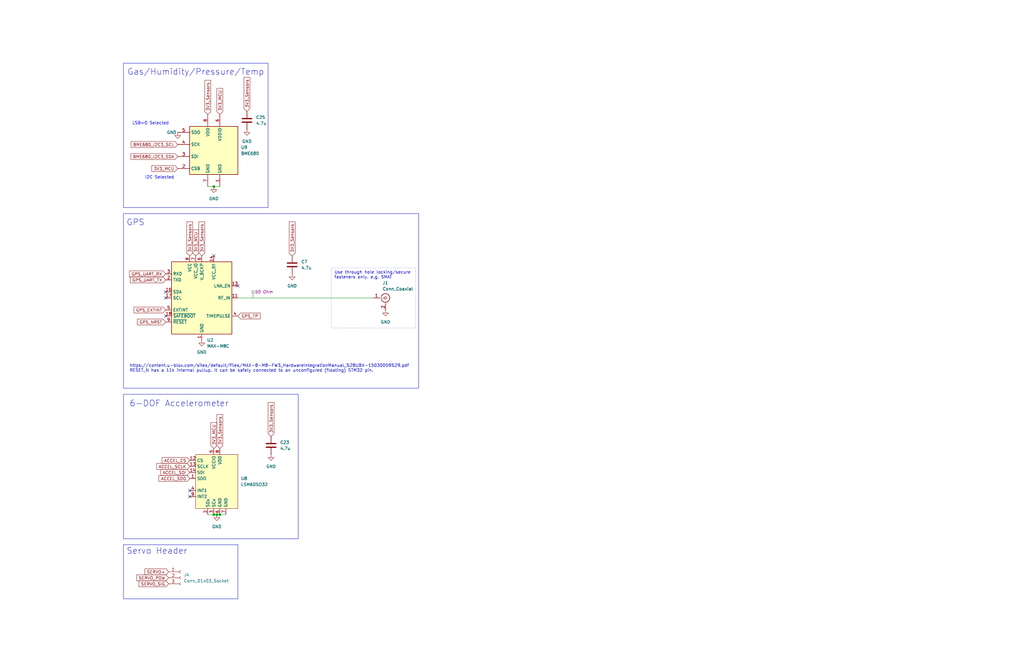
<source format=kicad_sch>
(kicad_sch (version 20231120) (generator "eeschema") (generator_version "8.0")
  (paper "B")
  (title_block (title "Airbrakes PCB - Earendel") (date "2025-02-18") (rev "v2025.01A") (company "Clarkson University Rocketry"))
  (lib_symbols
    (symbol "0_airbrake_symbols:LSM6DSO32"
      (property "Reference" "U" (at 0.508 0 0))
      (property "Value" "LSM6DSO32" (at 5.588 -2.54 0))
      (symbol "LSM6DSO32_1_1"
        (rectangle (start -19.05 11.43) (end -1.27 -11.43) (fill (type background)))
        (pin input line (at -21.59 1.27 0) (length 2.54) (name "SDO") (number "1"))
        (pin input line (at -21.59 8.89 0) (length 2.54) (name "CS") (number "12"))
        (pin output line (at -21.59 6.35 0) (length 2.54) (name "SCLK") (number "13"))
        (pin input line (at -21.59 3.81 0) (length 2.54) (name "SDI") (number "14"))
        (pin input line (at -13.97 -13.97 90) (length 2.54) (name "SDx") (number "2"))
        (pin input line (at -11.43 -13.97 90) (length 2.54) (name "SCx") (number "3"))
        (pin input line (at -21.59 -3.81 0) (length 2.54) (name "INT1") (number "4"))
        (pin input line (at -11.43 13.97 270) (length 2.54) (name "VCCIO") (number "5"))
        (pin input line (at -8.89 -13.97 90) (length 2.54) (name "GND") (number "6"))
        (pin input line (at -6.35 -13.97 90) (length 2.54) (name "GND") (number "7"))
        (pin input line (at -8.89 13.97 270) (length 2.54) (name "VDD") (number "8"))
        (pin input line (at -21.59 -6.35 0) (length 2.54) (name "INT2") (number "9"))
      )
    )
    (symbol "Connector:Conn_01x03_Socket" (pin_names (offset 1.016) hide)
      (property "Reference" "J" (at 0 5.08 0))
      (property "Value" "Conn_01x03_Socket" (at 0 -5.08 0))
      (symbol "Conn_01x03_Socket_1_1"
        (arc (start 0 -2.032) (mid -0.5058 -2.54) (end 0 -3.048) (stroke (width 0.1524)))
        (polyline (pts (xy -1.27 -2.54) (xy -0.508 -2.54)) (stroke (width 0.1524)))
        (polyline (pts (xy -1.27 0) (xy -0.508 0)) (stroke (width 0.1524)))
        (polyline (pts (xy -1.27 2.54) (xy -0.508 2.54)) (stroke (width 0.1524)))
        (arc (start 0 0.508) (mid -0.5058 0) (end 0 -0.508) (stroke (width 0.1524)))
        (arc (start 0 3.048) (mid -0.5058 2.54) (end 0 2.032) (stroke (width 0.1524)))
        (pin passive line (at -5.08 2.54 0) (length 3.81) (name "Pin_1") (number "1"))
        (pin passive line (at -5.08 0 0) (length 3.81) (name "Pin_2") (number "2"))
        (pin passive line (at -5.08 -2.54 0) (length 3.81) (name "Pin_3") (number "3"))
      )
    )
    (symbol "Connector:Conn_Coaxial" (pin_names (offset 1.016) hide)
      (property "Reference" "J" (at 0.254 3.048 0))
      (property "Value" "Conn_Coaxial" (at 2.921 0 90))
      (symbol "Conn_Coaxial_0_1"
        (arc (start -1.778 -0.508) (mid 0.2311 -1.8066) (end 1.778 0) (stroke (width 0.254)))
        (polyline (pts (xy -2.54 0) (xy -0.508 0)))
        (polyline (pts (xy 0 -2.54) (xy 0 -1.778)))
        (circle (center 0 0) (radius 0.508) (stroke (width 0.2032)))
        (arc (start 1.778 0) (mid 0.2099 1.8101) (end -1.778 0.508) (stroke (width 0.254)))
      )
      (symbol "Conn_Coaxial_1_1"
        (pin passive line (at -5.08 0 0) (length 2.54) (name "In") (number "1"))
        (pin passive line (at 0 -5.08 90) (length 2.54) (name "Ext") (number "2"))
      )
    )
    (symbol "Device:C" (pin_numbers hide) (pin_names (offset 0.254))
      (property "Reference" "C" (at 0.635 2.54 0))
      (property "Value" "C" (at 0.635 -2.54 0))
      (symbol "C_0_1"
        (polyline (pts (xy -2.032 -0.762) (xy 2.032 -0.762)) (stroke (width 0.508)))
        (polyline (pts (xy -2.032 0.762) (xy 2.032 0.762)) (stroke (width 0.508)))
      )
      (symbol "C_1_1"
        (pin passive line (at 0 3.81 270) (length 2.794) (name "~") (number "1"))
        (pin passive line (at 0 -3.81 90) (length 2.794) (name "~") (number "2"))
      )
    )
    (symbol "RF_GPS:MAX-M8C"
      (property "Reference" "U" (at -10.16 16.51 0))
      (property "Value" "MAX-M8C" (at 11.43 16.51 0))
      (symbol "MAX-M8C_0_1"
        (rectangle (start 12.7 15.24) (end -12.7 -15.24) (stroke (width 0.254)) (fill (type background)))
      )
      (symbol "MAX-M8C_1_1"
        (pin power_in line (at 0 -17.78 90) (length 2.54) (name "GND") (number "1"))
        (pin passive line (at 0 -17.78 90) (length 2.54) hide (name "GND") (number "10"))
        (pin input line (at 15.24 0 180) (length 2.54) (name "RF_IN") (number "11"))
        (pin passive line (at 0 -17.78 90) (length 2.54) hide (name "GND") (number "12"))
        (pin output line (at 15.24 5.08 180) (length 2.54) (name "LNA_EN") (number "13"))
        (pin power_out line (at 5.08 17.78 270) (length 2.54) (name "VCC_RF") (number "14"))
        (pin no_connect line (at 12.7 -5.08 180) (length 2.54) hide (name "Reserved") (number "15"))
        (pin bidirectional line (at -15.24 2.54 0) (length 2.54) (name "SDA") (number "16"))
        (pin input line (at -15.24 0 0) (length 2.54) (name "SCL") (number "17"))
        (pin input line (at -15.24 -7.62 0) (length 2.54) (name "~{SAFEBOOT}") (number "18"))
        (pin output line (at -15.24 7.62 0) (length 2.54) (name "TXD") (number "2"))
        (pin input line (at -15.24 10.16 0) (length 2.54) (name "RXD") (number "3"))
        (pin output line (at 15.24 -7.62 180) (length 2.54) (name "TIMEPULSE") (number "4"))
        (pin input line (at -15.24 -5.08 0) (length 2.54) (name "EXTINT") (number "5"))
        (pin power_in line (at 0 17.78 270) (length 2.54) (name "V_BCKP") (number "6"))
        (pin power_in line (at -2.54 17.78 270) (length 2.54) (name "VCC_IO") (number "7"))
        (pin power_in line (at -5.08 17.78 270) (length 2.54) (name "VCC") (number "8"))
        (pin input line (at -15.24 -10.16 0) (length 2.54) (name "~{RESET}") (number "9"))
      )
    )
    (symbol "Sensor:BME680"
      (property "Reference" "U" (at -8.89 11.43 0))
      (property "Value" "BME680" (at 7.62 11.43 0))
      (symbol "BME680_0_1"
        (rectangle (start -10.16 10.16) (end 10.16 -10.16) (stroke (width 0.254)) (fill (type background)))
      )
      (symbol "BME680_1_1"
        (pin power_in line (at -2.54 -15.24 90) (length 5.08) (name "GND") (number "1"))
        (pin input line (at 15.24 -7.62 180) (length 5.08) (name "CSB") (number "2"))
        (pin bidirectional line (at 15.24 -2.54 180) (length 5.08) (name "SDI") (number "3"))
        (pin input line (at 15.24 2.54 180) (length 5.08) (name "SCK") (number "4"))
        (pin bidirectional line (at 15.24 7.62 180) (length 5.08) (name "SDO") (number "5"))
        (pin power_in line (at -2.54 15.24 270) (length 5.08) (name "VDDIO") (number "6"))
        (pin power_in line (at 2.54 -15.24 90) (length 5.08) (name "GND") (number "7"))
        (pin power_in line (at 2.54 15.24 270) (length 5.08) (name "VDD") (number "8"))
      )
    )
    (symbol "power:GND" (power) (pin_numbers hide) (pin_names (offset 0) hide)
      (property "Value" "GND" (at 0 -3.81 0))
      (symbol "GND_0_1"
        (polyline (pts (xy 0 0) (xy 0 -1.27) (xy 1.27 -1.27) (xy 0 -2.54) (xy -1.27 -1.27) (xy 0 -1.27)))
      )
      (symbol "GND_1_1"
        (pin power_in line (at 0 0 270) (length 0) (name "~") (number "1"))
      )
    )
  )
  (junction (at 91.44 217.17))
  (junction (at 90.17 78.74))
  (junction (at 92.71 217.17))
  (junction (at 90.17 217.17))
  (no_connect (at 90.17 107.95))
  (no_connect (at 69.85 125.73))
  (no_connect (at 80.01 209.55))
  (no_connect (at 80.01 207.01))
  (no_connect (at 69.85 123.19))
  (no_connect (at 69.85 133.35))
  (no_connect (at 100.33 120.65))
  (wire (pts (xy 87.63 217.17) (xy 90.17 217.17)))
  (wire (pts (xy 100.33 125.73) (xy 157.48 125.73)))
  (wire (pts (xy 87.63 78.74) (xy 90.17 78.74)))
  (wire (pts (xy 90.17 78.74) (xy 92.71 78.74)))
  (wire (pts (xy 90.17 217.17) (xy 91.44 217.17)))
  (wire (pts (xy 92.71 217.17) (xy 95.25 217.17)))
  (wire (pts (xy 91.44 217.17) (xy 92.71 217.17)))
  (rectangle (start 52.07 166.37) (end 125.73 227.33))
  (rectangle (start 52.07 90.17) (end 176.53 163.83))
  (rectangle (start 52.07 26.67) (end 113.03 87.63))
  (rectangle (start 139.7 113.03) (end 175.26 138.43) (stroke (width 0) (type dot)))
  (rectangle (start 52.07 229.87) (end 100.33 252.73))
  (text "LSB=0 Selected" (at 63.5 52.07 0) (effects (font (size 1.27 1.27))))
  (text "I2C Selected" (at 67.31 74.93 0) (effects (font (size 1.27 1.27))))
  (text "GPS" (at 57.15 93.98 0) (effects (font (size 2.54 2.54))))
  (text "https://content.u-blox.com/sites/default/files/MAX-8-M8-FW3_HardwareIntegrationManual_%28UBX-15030059%29.pdf\nRESET_N has a 11k internal pullup. It can be safely connected to an unconfigured (floating) STM32 pin." (at 54.61 153.67 0) (effects (font (size 1.27 1.27)) (justify left top)))
  (text "Servo Header" (at 53.34 231.14 0) (effects (font (size 2.54 2.54)) (justify left top)))
  (text "6-DOF Accelerometer" (at 54.61 168.91 0) (effects (font (size 2.54 2.54)) (justify left top)))
  (text "Gas/Humidity/Pressure/Temp" (at 82.55 30.48 0) (effects (font (size 2.54 2.54))))
  (text "Use through hole locking/secure\nfasteners only, e.g. SMA!" (at 140.97 114.3 0) (effects (font (size 1.27 1.27)) (justify left top)))
  (global_label "SERVO+" (shape input) (at 71.12 241.3 180) (property "Intersheetrefs" "${INTERSHEET_REFS}" (effects (hide yes))))
  (global_label "3V3_Sensors" (shape input) (at 92.71 189.23 90) (property "Intersheetrefs" "${INTERSHEET_REFS}" (effects (hide yes))))
  (global_label "3V3_MCU" (shape input) (at 90.17 189.23 90) (property "Intersheetrefs" "${INTERSHEET_REFS}" (effects (hide yes))))
  (global_label "SERVO_POW" (shape input) (at 71.12 243.84 180) (property "Intersheetrefs" "${INTERSHEET_REFS}" (effects (hide yes))))
  (global_label "3V3_Sensors" (shape input) (at 80.01 107.95 90) (property "Intersheetrefs" "${INTERSHEET_REFS}" (effects (hide yes))))
  (global_label "ACCEL_SCLK" (shape input) (at 80.01 196.85 180) (property "Intersheetrefs" "${INTERSHEET_REFS}" (effects (hide yes))))
  (global_label "SERVO_SIG" (shape input) (at 71.12 246.38 180) (effects (font (thickness 0.1588))) (property "Intersheetrefs" "${INTERSHEET_REFS}" (effects (hide yes))))
  (global_label "3V3_MCU" (shape input) (at 82.55 107.95 90) (property "Intersheetrefs" "${INTERSHEET_REFS}" (effects (hide yes))))
  (global_label "GPS_UART_RX" (shape input) (at 69.85 115.57 180) (effects (font (thickness 0.1588))) (property "Intersheetrefs" "${INTERSHEET_REFS}" (effects (hide yes))))
  (global_label "3V3_Sensors" (shape input) (at 87.63 48.26 90) (property "Intersheetrefs" "${INTERSHEET_REFS}" (effects (hide yes))))
  (global_label "ACCEL_SDO" (shape input) (at 80.01 201.93 180) (property "Intersheetrefs" "${INTERSHEET_REFS}" (effects (hide yes))))
  (global_label "3V3_Sensors" (shape input) (at 114.3 184.15 90) (property "Intersheetrefs" "${INTERSHEET_REFS}" (effects (hide yes))))
  (global_label "3V3_MCU" (shape input) (at 74.93 71.12 180) (property "Intersheetrefs" "${INTERSHEET_REFS}" (effects (hide yes))))
  (global_label "ACCEL_SDI" (shape input) (at 80.01 199.39 180) (property "Intersheetrefs" "${INTERSHEET_REFS}" (effects (hide yes))))
  (global_label "BME680_I2C3_SCL" (shape input) (at 74.93 60.96 180) (property "Intersheetrefs" "${INTERSHEET_REFS}" (effects (hide yes))))
  (global_label "GPS_UART_TX" (shape input) (at 69.85 118.11 180) (effects (font (thickness 0.1588))) (property "Intersheetrefs" "${INTERSHEET_REFS}" (effects (hide yes))))
  (global_label "3V3_Sensors" (shape input) (at 85.09 107.95 90) (property "Intersheetrefs" "${INTERSHEET_REFS}" (effects (hide yes))))
  (global_label "GPS_NRST" (shape input) (at 69.85 135.89 180) (property "Intersheetrefs" "${INTERSHEET_REFS}" (effects (hide yes))))
  (global_label "ACCEL_CS" (shape input) (at 80.01 194.31 180) (property "Intersheetrefs" "${INTERSHEET_REFS}" (effects (hide yes))))
  (global_label "GPS_EXTINT" (shape input) (at 69.85 130.81 180) (property "Intersheetrefs" "${INTERSHEET_REFS}" (effects (hide yes))))
  (global_label "3V3_Sensors" (shape input) (at 104.14 46.99 90) (property "Intersheetrefs" "${INTERSHEET_REFS}" (effects (hide yes))))
  (global_label "BME680_I2C3_SDA" (shape input) (at 74.93 66.04 180) (property "Intersheetrefs" "${INTERSHEET_REFS}" (effects (hide yes))))
  (global_label "GPS_TP" (shape input) (at 100.33 133.35 0) (property "Intersheetrefs" "${INTERSHEET_REFS}" (effects (hide yes))))
  (global_label "3V3_Sensors" (shape input) (at 123.19 107.95 90) (property "Intersheetrefs" "${INTERSHEET_REFS}" (effects (hide yes))))
  (global_label "3V3_MCU" (shape input) (at 92.71 48.26 90) (property "Intersheetrefs" "${INTERSHEET_REFS}" (effects (hide yes))))
  (netclass_flag "" (length 2.54) (shape round) (at 106.68 125.73 0) (property "Netclass" "50 Ohm" (at 107.3785 123.19 0) (effects (font (italic yes)) (justify left))))
  (symbol (lib_id "Device:C") (at 114.3 187.96 0) (unit 1)
    (property "Reference" "C23" (at 118.11 186.6899 0) (effects (justify left)))
    (property "Value" "4.7u" (at 118.11 189.2299 0) (effects (justify left)))
    (property "Footprint" "Capacitor_SMD:C_0805_2012Metric" (effects (hide yes)))
    (property "Description" "Unpolarized capacitor" (effects (hide yes)))
  )
  (symbol (lib_id "RF_GPS:MAX-M8C") (at 85.09 125.73 0) (unit 1)
    (property "Reference" "U2" (at 87.2841 143.51 0) (effects (justify left)))
    (property "Value" "MAX-M8C" (at 87.2841 146.05 0) (effects (justify left)))
    (property "Footprint" "RF_GPS:ublox_MAX" (effects (hide yes)))
    (property "Datasheet" "https://www.u-blox.com/sites/default/files/MAX-M8-FW3_DataSheet_%28UBX-15031506%29.pdf" (effects (hide yes)))
    (property "Description" "GNSS Module MAX M8, VCC 1.65V to 3.6V" (effects (hide yes)))
  )
  (symbol (lib_id "Connector:Conn_01x03_Socket") (at 76.2 243.84 0) (unit 1)
    (property "Reference" "J4" (at 77.47 242.5699 0) (effects (justify left)))
    (property "Value" "Conn_01x03_Socket" (at 77.47 245.1099 0) (effects (justify left)))
    (property "Footprint" "Connector_Molex:Molex_Micro-Fit_3.0_43650-0315_1x03_P3.00mm_Vertical" (effects (hide yes)))
    (property "Description" "Generic connector, single row, 01x03, script generated" (effects (hide yes)))
  )
  (symbol (lib_id "Connector:Conn_Coaxial") (at 162.56 125.73 0) (unit 1)
    (property "Reference" "J1" (at 161.29 119.38 0) (effects (justify left)))
    (property "Value" "Conn_Coaxial" (at 161.29 121.92 0) (effects (justify left)))
    (property "Footprint" "Connector_Coaxial:SMA_Amphenol_901-144_Vertical" (effects (hide yes)))
    (property "Description" "coaxial connector (BNC, SMA, SMB, SMC, Cinch/RCA, LEMO, ...)" (effects (hide yes)))
  )
  (symbol (lib_id "power:GND") (at 104.14 54.61 0) (unit 1)
    (property "Reference" "#PWR073" (effects (hide yes)))
    (property "Value" "GND" (at 104.14 59.69 0))
    (property "Description" "Power symbol creates a global label with name \"GND\" , ground" (effects (hide yes)))
  )
  (symbol (lib_id "Sensor:BME680") (at 90.17 63.5 0) (mirror y) (unit 1)
    (property "Reference" "U9" (at 101.6 62.2299 0) (effects (justify right)))
    (property "Value" "BME680" (at 101.6 64.7699 0) (effects (justify right)))
    (property "Footprint" "Package_LGA:Bosch_LGA-8_3x3mm_P0.8mm_ClockwisePinNumbering" (effects (hide yes)))
    (property "Datasheet" "https://ae-bst.resource.bosch.com/media/_tech/media/datasheets/BST-BME680-DS001.pdf" (effects (hide yes)))
    (property "Description" "4-in-1 sensor, gas, humidity, pressure, temperature, I2C and SPI interface, 1.71-3.6V, LGA-8" (effects (hide yes)))
  )
  (symbol (lib_id "power:GND") (at 85.09 143.51 0) (unit 1)
    (property "Reference" "#PWR013" (effects (hide yes)))
    (property "Value" "GND" (at 85.09 148.59 0))
    (property "Description" "Power symbol creates a global label with name \"GND\" , ground" (effects (hide yes)))
  )
  (symbol (lib_id "power:GND") (at 162.56 130.81 0) (unit 1)
    (property "Reference" "#PWR012" (effects (hide yes)))
    (property "Value" "GND" (at 162.56 135.89 0))
    (property "Description" "Power symbol creates a global label with name \"GND\" , ground" (effects (hide yes)))
  )
  (symbol (lib_id "Device:C") (at 104.14 50.8 0) (unit 1)
    (property "Reference" "C25" (at 107.95 49.5299 0) (effects (justify left)))
    (property "Value" "4.7u" (at 107.95 52.0699 0) (effects (justify left)))
    (property "Footprint" "Capacitor_SMD:C_0805_2012Metric" (effects (hide yes)))
    (property "Description" "Unpolarized capacitor" (effects (hide yes)))
  )
  (symbol (lib_id "power:GND") (at 114.3 191.77 0) (unit 1)
    (property "Reference" "#PWR033" (effects (hide yes)))
    (property "Value" "GND" (at 114.3 196.85 0))
    (property "Description" "Power symbol creates a global label with name \"GND\" , ground" (effects (hide yes)))
  )
  (symbol (lib_id "0_airbrake_symbols:LSM6DSO32") (at 101.6 203.2 0) (unit 1)
    (property "Reference" "U8" (at 101.6 201.9299 0) (effects (justify left)))
    (property "Value" "LSM6DSO32" (at 101.6 204.4699 0) (effects (justify left)))
    (property "Footprint" "Package_LGA:LGA-14_3x2.5mm_P0.5mm_LayoutBorder3x4y" (effects (hide yes)))
    (property "Datasheet" "https://www.st.com/resource/en/datasheet/lsm6dso32.pdf" (effects (hide yes)))
    (property "Description" "32g Accelerometer" (effects (hide yes)))
  )
  (symbol (lib_id "power:GND") (at 74.93 55.88 0) (unit 1)
    (property "Reference" "#PWR067" (effects (hide yes)))
    (property "Value" "GND" (at 72.39 55.88 0))
    (property "Description" "Power symbol creates a global label with name \"GND\" , ground" (effects (hide yes)))
  )
  (symbol (lib_id "power:GND") (at 91.44 217.17 0) (unit 1)
    (property "Reference" "#PWR030" (effects (hide yes)))
    (property "Value" "GND" (at 91.44 222.25 0))
    (property "Description" "Power symbol creates a global label with name \"GND\" , ground" (effects (hide yes)))
  )
  (symbol (lib_id "Device:C") (at 123.19 111.76 0) (unit 1)
    (property "Reference" "C7" (at 127 110.4899 0) (effects (justify left)))
    (property "Value" "4.7u" (at 127 113.0299 0) (effects (justify left)))
    (property "Footprint" "Capacitor_SMD:C_0805_2012Metric" (effects (hide yes)))
    (property "Description" "Unpolarized capacitor" (effects (hide yes)))
  )
  (symbol (lib_id "power:GND") (at 123.19 115.57 0) (unit 1)
    (property "Reference" "#PWR014" (effects (hide yes)))
    (property "Value" "GND" (at 123.19 120.65 0))
    (property "Description" "Power symbol creates a global label with name \"GND\" , ground" (effects (hide yes)))
  )
  (symbol (lib_id "power:GND") (at 90.17 78.74 0) (unit 1)
    (property "Reference" "#PWR066" (effects (hide yes)))
    (property "Value" "GND" (at 90.17 83.82 0))
    (property "Description" "Power symbol creates a global label with name \"GND\" , ground" (effects (hide yes)))
  )
)
</source>
